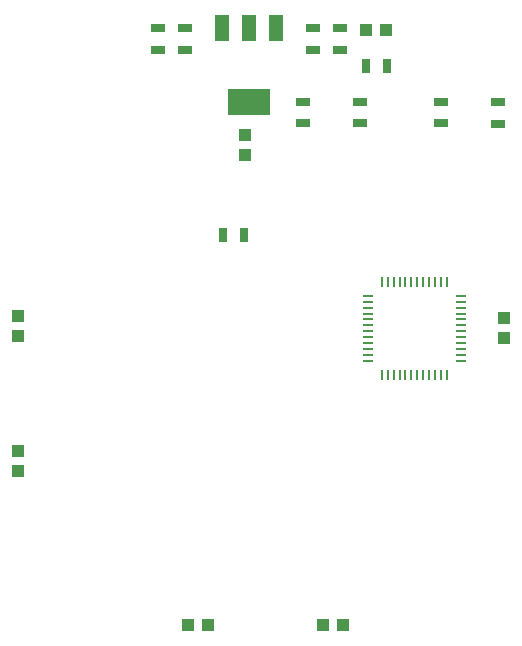
<source format=gbr>
G04 EAGLE Gerber X2 export*
%TF.Part,Single*%
%TF.FileFunction,Paste,Top*%
%TF.FilePolarity,Positive*%
%TF.GenerationSoftware,Autodesk,EAGLE,9.0.0*%
%TF.CreationDate,2019-06-24T11:27:18Z*%
G75*
%MOMM*%
%FSLAX34Y34*%
%LPD*%
%AMOC8*
5,1,8,0,0,1.08239X$1,22.5*%
G01*
%ADD10R,1.200000X0.800000*%
%ADD11R,0.800000X1.200000*%
%ADD12R,1.219000X2.235000*%
%ADD13R,3.600000X2.200000*%
%ADD14R,1.100000X1.000000*%
%ADD15R,0.250000X0.850000*%
%ADD16R,0.850000X0.250000*%
%ADD17R,1.000000X1.100000*%


D10*
X443740Y662960D03*
X443740Y644960D03*
D11*
X637560Y631480D03*
X619560Y631480D03*
D10*
X466540Y663060D03*
X466540Y645060D03*
X575020Y662960D03*
X575020Y644960D03*
X597880Y662960D03*
X597880Y644960D03*
D12*
X543970Y662970D03*
X520860Y662970D03*
X497750Y662970D03*
D13*
X520860Y600990D03*
D14*
X637060Y661960D03*
X620060Y661960D03*
D15*
X688380Y448600D03*
X683380Y448600D03*
X678380Y448600D03*
X673380Y448600D03*
X668380Y448600D03*
X663380Y448600D03*
X658380Y448600D03*
X653380Y448600D03*
X648380Y448600D03*
X643380Y448600D03*
X638380Y448600D03*
X633380Y448600D03*
D16*
X621380Y436600D03*
X621380Y431600D03*
X621380Y426600D03*
X621380Y421600D03*
X621380Y416600D03*
X621380Y411600D03*
X621380Y406600D03*
X621380Y401600D03*
X621380Y396600D03*
X621380Y391600D03*
X621380Y386600D03*
X621380Y381600D03*
D15*
X633380Y369600D03*
X638380Y369600D03*
X643380Y369600D03*
X648380Y369600D03*
X653380Y369600D03*
X658380Y369600D03*
X663380Y369600D03*
X668380Y369600D03*
X673380Y369600D03*
X678380Y369600D03*
X683380Y369600D03*
X688380Y369600D03*
D16*
X700380Y381600D03*
X700380Y386600D03*
X700380Y391600D03*
X700380Y396600D03*
X700380Y401600D03*
X700380Y406600D03*
X700380Y411600D03*
X700380Y416600D03*
X700380Y421600D03*
X700380Y426600D03*
X700380Y431600D03*
X700380Y436600D03*
D17*
X736600Y400440D03*
X736600Y417440D03*
D10*
X614680Y600820D03*
X614680Y582820D03*
X566420Y600820D03*
X566420Y582820D03*
X683450Y583020D03*
X683450Y601020D03*
X731710Y582270D03*
X731710Y600270D03*
D17*
X517800Y572880D03*
X517800Y555880D03*
D11*
X516800Y488480D03*
X498800Y488480D03*
D17*
X325600Y402480D03*
X325600Y419480D03*
X325680Y288180D03*
X325680Y305180D03*
D14*
X486520Y158120D03*
X469520Y158120D03*
X600820Y158200D03*
X583820Y158200D03*
M02*

</source>
